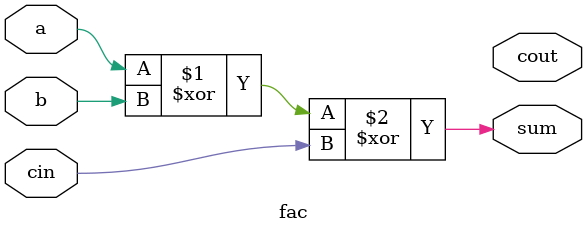
<source format=v>

module fac(
    input a,b,cin,
    output sum,cout
);

assign sum = a ^ b ^ cin;
assign carry = (a & b) | (b & cin)  | (cin & a) ;

endmodule
</source>
